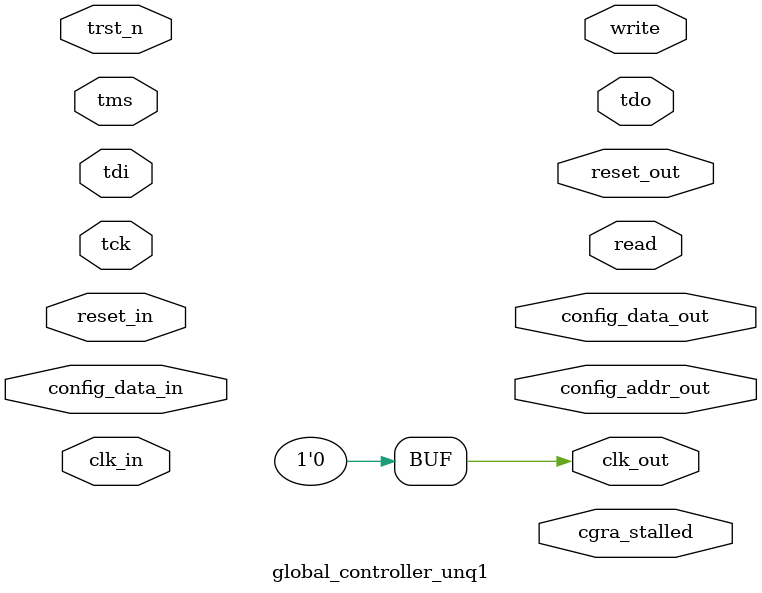
<source format=sv>


module global_controller_unq1 (
clk_in, reset_in,
config_data_in,
config_addr_out,
config_data_out,
clk_out,
reset_out,
cgra_stalled,
read,
write,
tdi,
tdo,
tms,
tck,
trst_n
);
  
  input  tck;
  input  clk_in;
  input  reset_in;
  input  tdi;
  input  tms;
  input  trst_n;
  input [31:0] config_data_in;

  output reg read;
  output reg write;
  output reg [31:0] config_addr_out;
  output reg [31:0] config_data_out;
  output reg clk_out;
  output reg reset_out;
  output reg cgra_stalled;
  output tdo;

   assign clk_out = 1'b0;
   
//   wire [31:0] config_addr_jtag_out;
//   wire [31:0] config_data_jtag_out;
//   wire [4:0] op;
//   reg [31:0] config_data_jtag_in;
//   reg clk;
//   reg clk_domain;
//   reg sys_clk_activated;
//   //Extra flops to cross clock boundary
//   reg sys_clk_act_sync_1;
//   reg sys_clk_act_sync_2;
//   //separate op out from address field
// template_ifc_unq1  jtag_ifc (.Clk(clk), .Reset(reset_in));
// jtag_unq1  jtag_controller (.ifc(jtag_ifc),
// 			    .sys_clk_activated(sys_clk_activated),
// 			    .bsr_tdi(),
// 			    .bsr_sample(),
// 			    .bsr_intest(),
// 			    .bsr_extest(),
// 			    .bsr_update_en(),
// 			    .bsr_capture_en(),
// 		 	    .bsr_shift_dr(),
// 			    .bsr_tdo()
// 			    );

// //Connect signals to jtag_ifc ports
//       assign jtag_ifc.tck=tck;
//       assign jtag_ifc.tdi=tdi;
//       assign jtag_ifc.tms=tms;
//       assign jtag_ifc.trst_n=trst_n;
//       assign jtag_ifc.config_data_from_gc=config_data_jtag_in; 
//       assign tdo = jtag_ifc.tdo;
//       assign config_data_jtag_out = jtag_ifc.config_data_to_gc;
//       assign config_addr_jtag_out = jtag_ifc.config_addr_to_gc;
//       assign op = jtag_ifc.config_op_to_gc;
 
//   //OPCODES
//   parameter NOP = 5'd0;
//   parameter write_config =5'd1;
//   parameter read_config = 5'd2;
//   //parameter set_base_reg = 5'd3;
//   //parameter set_rw_and_count = 5'd4;
//   //parameter burst_start = 5'd5;
//   //parameter write_data = 5'd5;
//   //parameter read_data = 5'd6;
//   parameter write_A050 = 5'd7;
//   parameter write_TST = 5'd8;
//   parameter read_TST = 5'd9;
//   parameter global_reset = 5'd10;
//   //parameter reset_tile = 5'd11; 
//   parameter stall = 5'd12;
//   parameter advance_clk = 5'd13;
//   parameter resume_clk = 5'd14;
//   parameter sys_clk_on = 5'd15;
//   parameter wr_rd_delay_reg = 5'd16;
//   parameter rd_rd_delay_reg = 5'd17;
//   parameter wr_delay_sel_reg = 5'd18;
//   parameter rd_delay_sel_reg = 5'd19;
//   //STATES FOR IGNORING INCOMING INSTRUCTIONS
//   parameter ready = 2'd0;
//   parameter reading = 2'd1;
//   parameter resetting = 2'd2;
//   parameter advancing_clk = 2'd3;

//   reg [1:0] state;
 
//   logic all_stalled_tck;
//   logic all_stalled_tck_rise;
//   logic all_stalled_tck_fall;

//   logic all_stalled_sys;
//   logic all_stalled_sys_rise;
//   logic all_stalled_sys_fall;

//   //delay_sel[1] specifies delay for all_stalled_tck
//   //delay_sel[0] specifices delay for all_stalled_sys
//   logic [1:0] delay_sel;

//   logic clk_switch_request;
//   logic [31:0] TST;
//   logic [31:0] counter;
//   logic [31:0] rd_delay_reg;
//   logic [5:0] clk_switch_counter;
//   always_comb begin
//     	clk_domain = (sys_clk_activated) ? clk_in : tck;//Are we running the GC/CGRA on sys clk or test clk?
// 	all_stalled_tck = delay_sel[1] ? all_stalled_tck_fall : all_stalled_tck_rise;
// 	all_stalled_sys = delay_sel[0] ? all_stalled_sys_fall : all_stalled_sys_rise;
// 	clk = ((all_stalled_tck & !sys_clk_activated) | (all_stalled_sys & sys_clk_activated )) ? 0 : clk_domain; //Are we stalling both GC and CGRA during clk domain switch?
// 	clk_out = clk;
//    	reset_out = (state==resetting) ? 1 : reset_in;
//   end
//   //Clock switch counter block (Always on test_clk)
//   always @ (posedge tck or posedge reset_in) begin
// 	if (reset_in==1) begin
// 		clk_switch_counter <= 32'd20;
// 		sys_clk_activated <= 0;
// 		all_stalled_tck_rise <= 0;
// 	end
// 	else if ((clk_switch_counter > 0) & (clk_switch_request == 1)) begin
// 		all_stalled_tck_rise <= 1;//Deactivate clk to rest of GC
// 		clk_switch_counter <= clk_switch_counter - 1;	
// 	end
// 	else if (!sys_clk_activated & clk_switch_counter <= 0 ) begin
// 		sys_clk_activated <= 1;
// 	end	
//   end
//   //FALLING EDGE TCK. In case we need to delay the clock gating signal by an extra half cycle
//   always @ (negedge tck or posedge reset_in) begin
// 	if (reset_in==1)
// 		all_stalled_tck_fall <= 0;
// 	else
// 		all_stalled_tck_fall <= all_stalled_tck_rise;
//   end
  
//   //IMPLEMENT SYNC FLOPS TO CROSS CLK BOUNDARY
//   always @ (posedge clk_in or posedge reset_in) begin
// 	if(reset_in==1) begin
// 		sys_clk_act_sync_1 <= 0;
// 		sys_clk_act_sync_2 <= 0;
// 	end
// 	else begin	
// 		sys_clk_act_sync_1 <= sys_clk_activated;
// 		sys_clk_act_sync_2 <= sys_clk_act_sync_1;
// 	end
//   end  

//   always @ (posedge clk_in or posedge reset_in) begin 
// 	if (reset_in==1) begin
// 		all_stalled_sys_rise <= 1;
// 	end
// 	else if (sys_clk_act_sync_2 == 1)
// 		all_stalled_sys_rise <= 0;
//   end

//   //FALLING EDGE SYS CLK. In case we need to delay the clock gating signal by an extra half cycle
//   always @ (negedge clk_in or posedge reset_in) begin
// 	if (reset_in==1)
// 		all_stalled_sys_fall <= 0;
// 	else
// 		all_stalled_sys_fall <= all_stalled_sys_rise;
//   end

//   always @ (posedge clk or posedge reset_in) begin
//     	if (reset_in==1) begin
// 		cgra_stalled <= 0;
//        		clk_switch_request <= 0;
// 		rd_delay_reg <= 16;
// 		TST <= 0;
// 		counter <= 0;
// 		config_addr_out <= 0;
// 		config_data_out <= 0;
// 		config_data_jtag_in <= 0;
// 		delay_sel <= 2'b0;
// 		read <= 0;
// 		write <= 0;
//     	end

//     	else begin
//     		if (state==ready) begin
//     			case(op)
// 			NOP: begin
// 				config_addr_out <= config_addr_out;
// 				config_data_out <= config_data_out;
// 				config_data_jtag_in <= config_data_jtag_in;	
// 				read <= 0;
// 				write <= 0;
// 			end
// 			write_config: begin
// 				config_addr_out <= config_addr_jtag_out;
// 				config_data_out <= config_data_jtag_out; 
// 				read <= 0;
// 				write <= 1;
// 			end
// 			read_config: begin
// 				config_addr_out <= config_addr_jtag_out;
// 				config_data_out <= config_data_jtag_out; 
// 				counter <= rd_delay_reg-1;
// 				state <= reading;
// 				read <= 1;
// 				write <= 0;
// 			end
// 			write_A050: begin
// 				config_data_jtag_in <= 32'hA050;
// 				read <= 0;
// 				write <= 0;
// 			end
// 			write_TST: begin
// 				TST <= config_data_jtag_out;
// 				read <= 0;
// 				write <= 0;
// 			end
// 			read_TST: begin
// 				config_data_jtag_in <= TST;
// 				read <= 0;
// 				write <= 0;
// 			end
// 			global_reset: begin
// 				state <= resetting;
// 				counter <= (config_data_jtag_out > 0) ? config_data_jtag_out-1 : 32'd19;
// 				read <= 0;
// 				write <= 0;
// 			end
// 			stall: begin
// 				cgra_stalled <= 1;
// 				read <= 0;
// 				write <= 0;
// 			end			
// 			advance_clk: begin
// 				if (cgra_stalled) begin
// 					counter <= config_data_jtag_out-1;
// 					state <= advancing_clk;	
// 					cgra_stalled <= 0;
// 				end
// 				read <= 0;
// 				write <= 0;
// 			end
// 			resume_clk: begin
// 				cgra_stalled <= 0;
// 				read <= 0;
// 				write <= 0;
// 			end
// 			sys_clk_on: begin
// 				clk_switch_request <= 1;
// 				read <= 0;
// 				write <= 0;
// 			end
// 			wr_rd_delay_reg: begin
// 				rd_delay_reg <= config_data_jtag_out;
// 				read <= 0;
// 				write <= 0;
// 			end
// 			rd_rd_delay_reg: begin
// 				config_data_jtag_in <= rd_delay_reg;
// 				read <= 0;
// 				write <= 0;
// 			end
// 			wr_delay_sel_reg: begin
// 				delay_sel <= config_data_jtag_out[1:0];
// 				read <= 0;
// 				write <= 0;
// 			end
// 			rd_delay_sel_reg: begin
// 				config_data_jtag_in <= {30'b0,delay_sel};
// 				read <= 0;
// 				write <= 0;
// 			end
// 			default: begin
// 				config_addr_out <= config_addr_out;
// 				config_data_out <= config_data_out;
// 				config_data_jtag_in <= config_data_jtag_in;	
// 				read <= 0;
// 				write <= 0;
// 			end
// 			endcase
// 		end
// 		//Counter for any state that needs to block incoming instructions
// 		else begin
// 			config_addr_out <= config_addr_out;
// 			if (counter > 0) begin
// 				counter <= counter-1;
// 			end
// 			else begin
// 				state <= ready;
// 				if (state == reading) 
// 					config_data_jtag_in <= config_data_in;
// 				if (state == advancing_clk)
// 					cgra_stalled <= 1;
// 			end
// 		end    	
//   	end
//   end
	

endmodule


</source>
